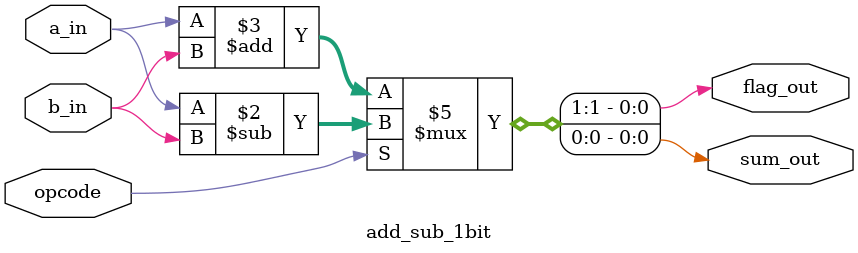
<source format=v>
`timescale 1ns / 1ps


module add_sub_1bit(
    input a_in,
    input b_in,
    input opcode,
    output reg sum_out,
    output reg flag_out
    );
    
always@*
    begin
    if(opcode)        
        {flag_out,sum_out} = a_in - b_in;  
    else
        {flag_out,sum_out} = a_in + b_in;
    end
endmodule

</source>
